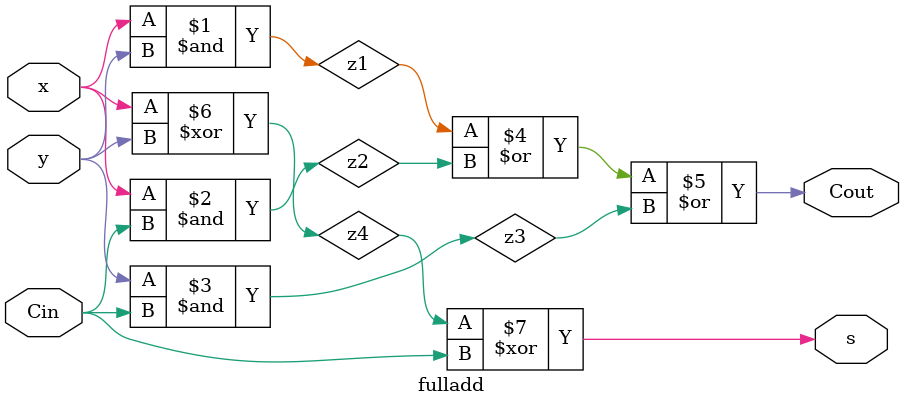
<source format=v>
module fulladd (Cin, x, y, s, Cout);
  input Cin, x, y;
  output s, Cout;

  and (z1, x, y);
  and (z2, x, Cin);
  and (z3, y, Cin);
  or (Cout, z1, z2, z3);
  xor (z4, x, y);
  xor (s, z4, Cin);

endmodule

</source>
